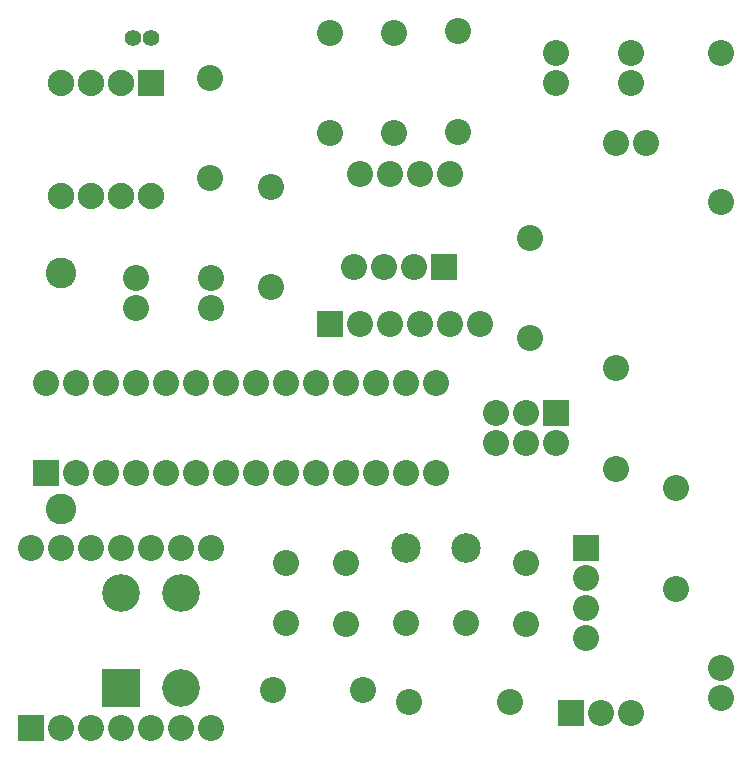
<source format=gts>
G04*
G04 #@! TF.GenerationSoftware,Altium Limited,Altium Designer,21.7.2 (23)*
G04*
G04 Layer_Color=8388736*
%FSLAX25Y25*%
%MOIN*%
G70*
G04*
G04 #@! TF.SameCoordinates,0C849742-41F4-41D9-88AD-3FE1B0ACC188*
G04*
G04*
G04 #@! TF.FilePolarity,Negative*
G04*
G01*
G75*
%ADD12C,0.08674*%
%ADD13R,0.08674X0.08674*%
%ADD14C,0.12611*%
%ADD15R,0.12611X0.12611*%
%ADD16C,0.09855*%
%ADD17R,0.08674X0.08674*%
%ADD18C,0.10249*%
%ADD19C,0.05524*%
%ADD20R,0.08800X0.08800*%
%ADD21C,0.08800*%
D12*
X164437Y105098D02*
D03*
X174437D02*
D03*
X184437D02*
D03*
X164437Y115098D02*
D03*
X174437D02*
D03*
X69437Y70098D02*
D03*
X59437D02*
D03*
X49437D02*
D03*
X39437D02*
D03*
X29437D02*
D03*
X19437D02*
D03*
X9437D02*
D03*
X69437Y10256D02*
D03*
X59437D02*
D03*
X49437D02*
D03*
X39437D02*
D03*
X29437D02*
D03*
X19437D02*
D03*
X114437Y65098D02*
D03*
Y45020D02*
D03*
X94437Y65177D02*
D03*
Y45098D02*
D03*
X134358D02*
D03*
X154437D02*
D03*
X174437Y65098D02*
D03*
Y45020D02*
D03*
X194437Y60098D02*
D03*
Y50098D02*
D03*
Y40098D02*
D03*
X239437Y185492D02*
D03*
Y235098D02*
D03*
X90000Y23000D02*
D03*
X120000D02*
D03*
X24437Y95098D02*
D03*
X34437D02*
D03*
X44437D02*
D03*
X54437D02*
D03*
X64437D02*
D03*
X74437D02*
D03*
X84437D02*
D03*
X94437D02*
D03*
X104437D02*
D03*
X114437D02*
D03*
X124437D02*
D03*
X134437D02*
D03*
X144437D02*
D03*
X14437Y125098D02*
D03*
X24437D02*
D03*
X34437D02*
D03*
X44437D02*
D03*
X54437D02*
D03*
X64437D02*
D03*
X74437D02*
D03*
X84437D02*
D03*
X94437D02*
D03*
X104437D02*
D03*
X114437D02*
D03*
X124437D02*
D03*
X134437D02*
D03*
X144437D02*
D03*
X224437Y56634D02*
D03*
Y90098D02*
D03*
X151947Y242465D02*
D03*
Y209000D02*
D03*
X89437Y157098D02*
D03*
Y190563D02*
D03*
X130473Y242000D02*
D03*
Y208535D02*
D03*
X109000Y242000D02*
D03*
Y208535D02*
D03*
X204437Y130098D02*
D03*
Y96634D02*
D03*
X175631Y173563D02*
D03*
Y140098D02*
D03*
X169000Y19000D02*
D03*
X135535D02*
D03*
X69000Y227000D02*
D03*
Y193535D02*
D03*
X117000Y164000D02*
D03*
X127000D02*
D03*
X137000D02*
D03*
X204437Y205098D02*
D03*
X214437D02*
D03*
X119000Y145000D02*
D03*
X129000D02*
D03*
X139000D02*
D03*
X149000D02*
D03*
X159000D02*
D03*
X119000Y195000D02*
D03*
X129000D02*
D03*
X139000D02*
D03*
X149000D02*
D03*
X209437Y15098D02*
D03*
X199437D02*
D03*
X239437Y20098D02*
D03*
Y30098D02*
D03*
X44437Y160098D02*
D03*
Y150098D02*
D03*
X69437Y160098D02*
D03*
Y150098D02*
D03*
X209437Y225098D02*
D03*
Y235098D02*
D03*
X184437Y225098D02*
D03*
Y235098D02*
D03*
D13*
Y115098D02*
D03*
X9437Y10256D02*
D03*
X14437Y95098D02*
D03*
X147000Y164000D02*
D03*
X109000Y145000D02*
D03*
X189437Y15098D02*
D03*
D14*
X59516Y55098D02*
D03*
X39437D02*
D03*
X59516Y23602D02*
D03*
D15*
X39437D02*
D03*
D16*
X134358Y70098D02*
D03*
X154437D02*
D03*
D17*
X194437D02*
D03*
D18*
X19437Y161839D02*
D03*
Y83098D02*
D03*
D19*
X49437Y240098D02*
D03*
X43532D02*
D03*
D20*
X49437Y225098D02*
D03*
D21*
X39437D02*
D03*
X29437D02*
D03*
X19437D02*
D03*
X49437Y187598D02*
D03*
X39437D02*
D03*
X29437D02*
D03*
X19437D02*
D03*
M02*

</source>
